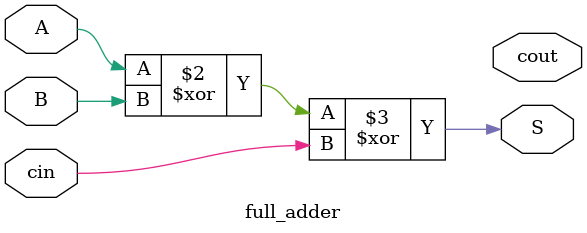
<source format=sv>
module ripple_adder
(
	input  [15:0] A, B,
	input         cin,
	output [15:0] S,
	output        cout
);
    wire [16:0] c; //unsure if I should use logic or wire here
    assign c[0] = cin;
    generate
    
        for (genvar i = 0; i < 16; i = i + 1) begin: rca_16
        full_adder fa(.A(A[i]), .B(B[i]), .cin(c[i]), .S(S[i]), .cout(c[i+1]));
    end
    assign cout = c[16];
    endgenerate
    
endmodule

module full_adder
(
    input logic A, B, cin,
    output logic S, cout
);
    assign S = A ^ B ^ cin;
    assign c = (A & B) | (B & cin) | (A & cin);
endmodule
</source>
